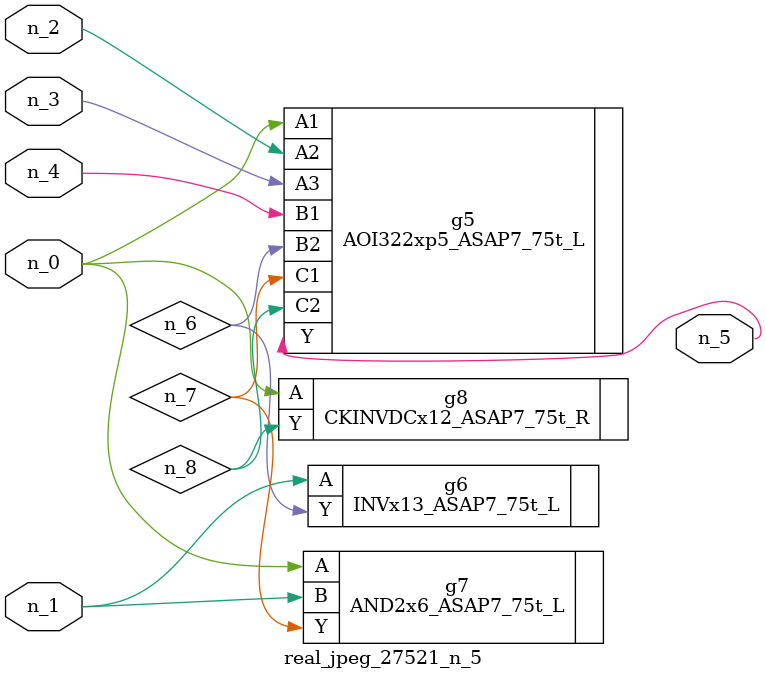
<source format=v>
module real_jpeg_27521_n_5 (n_4, n_0, n_1, n_2, n_3, n_5);

input n_4;
input n_0;
input n_1;
input n_2;
input n_3;

output n_5;

wire n_8;
wire n_6;
wire n_7;

AOI322xp5_ASAP7_75t_L g5 ( 
.A1(n_0),
.A2(n_2),
.A3(n_3),
.B1(n_4),
.B2(n_6),
.C1(n_7),
.C2(n_8),
.Y(n_5)
);

AND2x6_ASAP7_75t_L g7 ( 
.A(n_0),
.B(n_1),
.Y(n_7)
);

CKINVDCx12_ASAP7_75t_R g8 ( 
.A(n_0),
.Y(n_8)
);

INVx13_ASAP7_75t_L g6 ( 
.A(n_1),
.Y(n_6)
);


endmodule
</source>
